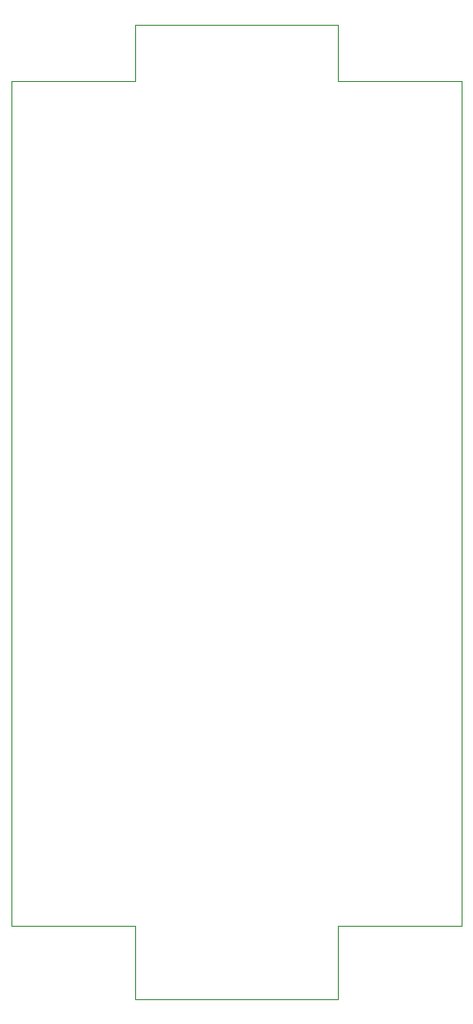
<source format=gm1>
G04 #@! TF.GenerationSoftware,KiCad,Pcbnew,5.1.5+dfsg1-2build2*
G04 #@! TF.CreationDate,2021-06-06T20:08:15-06:00*
G04 #@! TF.ProjectId,flicker_lamp,666c6963-6b65-4725-9f6c-616d702e6b69,rev?*
G04 #@! TF.SameCoordinates,Original*
G04 #@! TF.FileFunction,Profile,NP*
%FSLAX46Y46*%
G04 Gerber Fmt 4.6, Leading zero omitted, Abs format (unit mm)*
G04 Created by KiCad (PCBNEW 5.1.5+dfsg1-2build2) date 2021-06-06 20:08:15*
%MOMM*%
%LPD*%
G04 APERTURE LIST*
%ADD10C,0.100000*%
G04 APERTURE END LIST*
D10*
X84000000Y-74380000D02*
X84000000Y-79380000D01*
X66000000Y-74380000D02*
X84000000Y-74380000D01*
X66000000Y-79380000D02*
X66000000Y-74380000D01*
X66000000Y-79380000D02*
X55000000Y-79380000D01*
X84000000Y-79380000D02*
X95000000Y-79380000D01*
X95000000Y-154380000D02*
X95000000Y-79380000D01*
X55000000Y-154380000D02*
X55000000Y-79380000D01*
X66000000Y-154380000D02*
X55000000Y-154380000D01*
X84000000Y-154380000D02*
X95000000Y-154380000D01*
X84000000Y-160880000D02*
X84000000Y-154380000D01*
X66000000Y-160880000D02*
X84000000Y-160880000D01*
X66000000Y-154380000D02*
X66000000Y-160880000D01*
M02*

</source>
